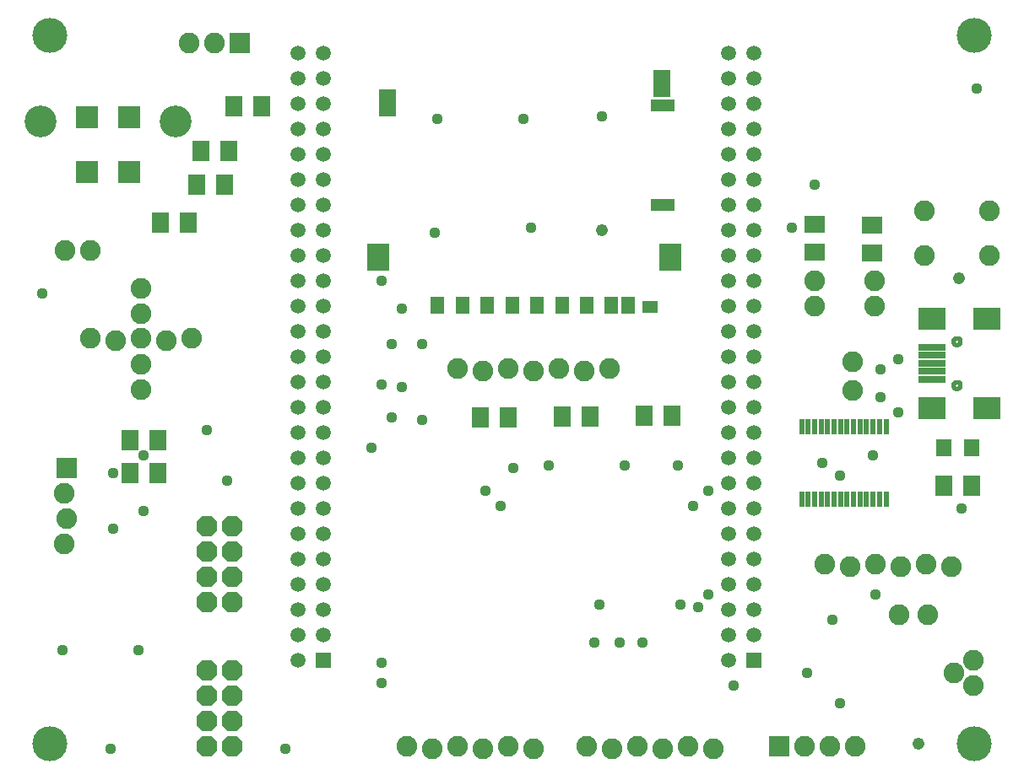
<source format=gts>
G75*
G70*
%OFA0B0*%
%FSLAX24Y24*%
%IPPOS*%
%LPD*%
%AMOC8*
5,1,8,0,0,1.08239X$1,22.5*
%
%ADD10R,0.0671X0.1064*%
%ADD11R,0.0940X0.0500*%
%ADD12R,0.0867X0.1064*%
%ADD13R,0.0592X0.0513*%
%ADD14R,0.0552X0.0671*%
%ADD15C,0.0820*%
%ADD16R,0.0710X0.0789*%
%ADD17R,0.0820X0.0820*%
%ADD18C,0.1380*%
%ADD19OC8,0.0820*%
%ADD20R,0.0595X0.0595*%
%ADD21C,0.0595*%
%ADD22R,0.0907X0.0907*%
%ADD23C,0.1261*%
%ADD24R,0.0217X0.0630*%
%ADD25R,0.1064X0.0277*%
%ADD26R,0.1064X0.0867*%
%ADD27C,0.0161*%
%ADD28R,0.0631X0.0710*%
%ADD29R,0.0789X0.0710*%
%ADD30C,0.0440*%
%ADD31C,0.0476*%
D10*
X014931Y027971D03*
X025758Y028729D03*
D11*
X025790Y027863D03*
X025790Y023926D03*
D12*
X026113Y021878D03*
X014577Y021878D03*
D13*
X025301Y019891D03*
D14*
X024431Y019961D03*
X023766Y019969D03*
X022813Y019969D03*
X021829Y019969D03*
X020845Y019969D03*
X019861Y019969D03*
X018876Y019969D03*
X017892Y019969D03*
X016908Y019969D03*
D15*
X017701Y017471D03*
X018701Y017371D03*
X019701Y017471D03*
X020701Y017371D03*
X021701Y017471D03*
X022701Y017371D03*
X023701Y017471D03*
X031801Y019921D03*
X031801Y020921D03*
X034151Y020921D03*
X034151Y019921D03*
X033301Y017741D03*
X033301Y016601D03*
X036121Y021931D03*
X036121Y023711D03*
X038681Y023711D03*
X038681Y021931D03*
X036201Y009721D03*
X037201Y009621D03*
X035201Y009621D03*
X034201Y009721D03*
X033201Y009621D03*
X032201Y009721D03*
X035131Y007721D03*
X036271Y007721D03*
X038051Y005921D03*
X037301Y005421D03*
X038051Y004921D03*
X033401Y002521D03*
X032401Y002521D03*
X031401Y002521D03*
X027801Y002421D03*
X026801Y002521D03*
X025801Y002421D03*
X024801Y002521D03*
X023801Y002421D03*
X022801Y002521D03*
X020701Y002421D03*
X019701Y002521D03*
X018701Y002421D03*
X017701Y002521D03*
X016701Y002421D03*
X015701Y002521D03*
X002151Y010521D03*
X002251Y011521D03*
X002151Y012521D03*
X005201Y016621D03*
X005201Y017621D03*
X005201Y018671D03*
X004201Y018571D03*
X003201Y018671D03*
X005201Y019621D03*
X005201Y020621D03*
X003201Y022121D03*
X002201Y022121D03*
X006201Y018571D03*
X007201Y018671D03*
X007101Y030321D03*
X008101Y030321D03*
D16*
X008850Y027821D03*
X009952Y027821D03*
X008652Y026071D03*
X007550Y026071D03*
X007400Y024721D03*
X008502Y024721D03*
X007052Y023221D03*
X005950Y023221D03*
X005852Y014621D03*
X004750Y014621D03*
X004750Y013321D03*
X005852Y013321D03*
X018610Y015541D03*
X019712Y015541D03*
X021837Y015572D03*
X022940Y015572D03*
X025068Y015596D03*
X026171Y015596D03*
X036900Y012821D03*
X038002Y012821D03*
D17*
X030401Y002521D03*
X002251Y013521D03*
X009101Y030321D03*
D18*
X001601Y002621D03*
X001601Y030621D03*
X038101Y030621D03*
X038101Y002621D03*
D19*
X008801Y002521D03*
X007801Y002521D03*
X007801Y003521D03*
X008801Y003521D03*
X008801Y004521D03*
X007801Y004521D03*
X007801Y005521D03*
X008801Y005521D03*
X008801Y008221D03*
X007801Y008221D03*
X007801Y009221D03*
X008801Y009221D03*
X008801Y010221D03*
X007801Y010221D03*
X007801Y011221D03*
X008801Y011221D03*
D20*
X012401Y005921D03*
X029401Y005921D03*
D21*
X029401Y006921D03*
X029401Y007921D03*
X029401Y008921D03*
X029401Y009921D03*
X029401Y010921D03*
X029401Y011921D03*
X028401Y011921D03*
X028401Y010921D03*
X028401Y009921D03*
X028401Y008921D03*
X028401Y007921D03*
X028401Y006921D03*
X028401Y005921D03*
X028401Y012921D03*
X029401Y012921D03*
X029401Y013921D03*
X029401Y014921D03*
X029401Y015921D03*
X029401Y016921D03*
X029401Y017921D03*
X029401Y018921D03*
X029401Y019921D03*
X029401Y020921D03*
X028401Y020921D03*
X028401Y019921D03*
X028401Y018921D03*
X028401Y017921D03*
X028401Y016921D03*
X028401Y015921D03*
X028401Y014921D03*
X028401Y013921D03*
X028401Y021921D03*
X029401Y021921D03*
X029401Y022921D03*
X029401Y023921D03*
X029401Y024921D03*
X029401Y025921D03*
X029401Y026921D03*
X029401Y027921D03*
X029401Y028921D03*
X029401Y029921D03*
X028401Y029921D03*
X028401Y028921D03*
X028401Y027921D03*
X028401Y026921D03*
X028401Y025921D03*
X028401Y024921D03*
X028401Y023921D03*
X028401Y022921D03*
X012401Y022921D03*
X011401Y022921D03*
X011401Y023921D03*
X012401Y023921D03*
X012401Y024921D03*
X011401Y024921D03*
X011401Y025921D03*
X012401Y025921D03*
X012401Y026921D03*
X011401Y026921D03*
X011401Y027921D03*
X012401Y027921D03*
X012401Y028921D03*
X011401Y028921D03*
X011401Y029921D03*
X012401Y029921D03*
X012401Y021921D03*
X011401Y021921D03*
X011401Y020921D03*
X012401Y020921D03*
X012401Y019921D03*
X011401Y019921D03*
X011401Y018921D03*
X012401Y018921D03*
X012401Y017921D03*
X011401Y017921D03*
X011401Y016921D03*
X012401Y016921D03*
X012401Y015921D03*
X011401Y015921D03*
X011401Y014921D03*
X012401Y014921D03*
X012401Y013921D03*
X011401Y013921D03*
X011401Y012921D03*
X012401Y012921D03*
X012401Y011921D03*
X011401Y011921D03*
X011401Y010921D03*
X012401Y010921D03*
X012401Y009921D03*
X011401Y009921D03*
X011401Y008921D03*
X012401Y008921D03*
X012401Y007921D03*
X011401Y007921D03*
X011401Y006921D03*
X012401Y006921D03*
X011401Y005921D03*
D22*
X004728Y025238D03*
X003074Y025238D03*
X003074Y027404D03*
X004728Y027404D03*
D23*
X006578Y027223D03*
X001224Y027223D03*
D24*
X031287Y015160D03*
X031543Y015160D03*
X031799Y015160D03*
X032055Y015160D03*
X032311Y015160D03*
X032567Y015160D03*
X032823Y015160D03*
X033079Y015160D03*
X033335Y015160D03*
X033591Y015160D03*
X033846Y015160D03*
X034102Y015160D03*
X034358Y015160D03*
X034614Y015160D03*
X034614Y012282D03*
X034358Y012282D03*
X034102Y012282D03*
X033846Y012282D03*
X033591Y012282D03*
X033335Y012282D03*
X033079Y012282D03*
X032823Y012282D03*
X032567Y012282D03*
X032311Y012282D03*
X032055Y012282D03*
X031799Y012282D03*
X031543Y012282D03*
X031287Y012282D03*
D25*
X036417Y017041D03*
X036417Y017356D03*
X036417Y017671D03*
X036417Y017986D03*
X036417Y018301D03*
D26*
X036417Y019443D03*
X038582Y019443D03*
X038582Y015899D03*
X036417Y015899D03*
D27*
X037263Y016805D02*
X037265Y016828D01*
X037271Y016851D01*
X037281Y016872D01*
X037294Y016892D01*
X037310Y016909D01*
X037329Y016923D01*
X037350Y016933D01*
X037372Y016940D01*
X037395Y016943D01*
X037419Y016942D01*
X037441Y016937D01*
X037463Y016928D01*
X037483Y016916D01*
X037501Y016900D01*
X037515Y016882D01*
X037527Y016862D01*
X037535Y016840D01*
X037539Y016817D01*
X037539Y016793D01*
X037535Y016770D01*
X037527Y016748D01*
X037515Y016728D01*
X037501Y016710D01*
X037483Y016694D01*
X037463Y016682D01*
X037441Y016673D01*
X037419Y016668D01*
X037395Y016667D01*
X037372Y016670D01*
X037350Y016677D01*
X037329Y016687D01*
X037310Y016701D01*
X037294Y016718D01*
X037281Y016738D01*
X037271Y016759D01*
X037265Y016782D01*
X037263Y016805D01*
X037263Y018537D02*
X037265Y018560D01*
X037271Y018583D01*
X037281Y018604D01*
X037294Y018624D01*
X037310Y018641D01*
X037329Y018655D01*
X037350Y018665D01*
X037372Y018672D01*
X037395Y018675D01*
X037419Y018674D01*
X037441Y018669D01*
X037463Y018660D01*
X037483Y018648D01*
X037501Y018632D01*
X037515Y018614D01*
X037527Y018594D01*
X037535Y018572D01*
X037539Y018549D01*
X037539Y018525D01*
X037535Y018502D01*
X037527Y018480D01*
X037515Y018460D01*
X037501Y018442D01*
X037483Y018426D01*
X037463Y018414D01*
X037441Y018405D01*
X037419Y018400D01*
X037395Y018399D01*
X037372Y018402D01*
X037350Y018409D01*
X037329Y018419D01*
X037310Y018433D01*
X037294Y018450D01*
X037281Y018470D01*
X037271Y018491D01*
X037265Y018514D01*
X037263Y018537D01*
D28*
X036900Y014321D03*
X038002Y014321D03*
D29*
X034051Y022020D03*
X034051Y023122D03*
X031801Y023172D03*
X031801Y022070D03*
D30*
X030901Y023021D03*
X031801Y024721D03*
X038201Y028521D03*
X035101Y017821D03*
X034401Y017421D03*
X034401Y016321D03*
X035101Y015721D03*
X034101Y014021D03*
X032801Y013221D03*
X032101Y013721D03*
X027601Y012621D03*
X027001Y012021D03*
X026401Y013621D03*
X024301Y013621D03*
X021301Y013621D03*
X019901Y013521D03*
X018801Y012621D03*
X019401Y012021D03*
X016301Y015421D03*
X015101Y015521D03*
X015501Y016721D03*
X014701Y016821D03*
X015101Y018421D03*
X016301Y018421D03*
X015501Y019821D03*
X014701Y020921D03*
X016801Y022821D03*
X020601Y023021D03*
X020301Y027321D03*
X023401Y027421D03*
X016901Y027321D03*
X007801Y015021D03*
X008601Y013021D03*
X005301Y014021D03*
X004101Y013321D03*
X005301Y011821D03*
X004101Y011121D03*
X005101Y006321D03*
X002101Y006321D03*
X004001Y002421D03*
X010901Y002421D03*
X014701Y005021D03*
X014701Y005821D03*
X023101Y006621D03*
X024101Y006621D03*
X025001Y006621D03*
X026501Y008121D03*
X027201Y008021D03*
X027601Y008521D03*
X023301Y008121D03*
X028601Y004921D03*
X031501Y005421D03*
X032801Y004221D03*
X032501Y007521D03*
X034201Y008521D03*
X037601Y011921D03*
X014301Y014321D03*
X001301Y020421D03*
D31*
X023401Y022921D03*
X037501Y021021D03*
X035901Y002621D03*
M02*

</source>
